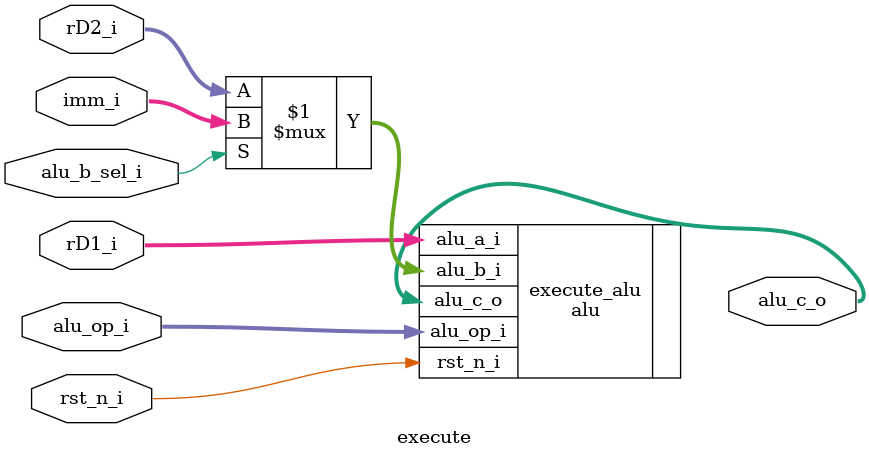
<source format=v>
module execute(
input           rst_n_i,
input           alu_b_sel_i,
input   [4:0]   alu_op_i,
input   [31:0]  rD1_i,
input   [31:0]  rD2_i,
input   [31:0]  imm_i,
output  [31:0]  alu_c_o
);

alu execute_alu(
.rst_n_i(rst_n_i),
.alu_op_i(alu_op_i),
.alu_a_i(rD1_i),
.alu_b_i(alu_b_sel_i ? imm_i : rD2_i),
.alu_c_o(alu_c_o)
);

endmodule
</source>
